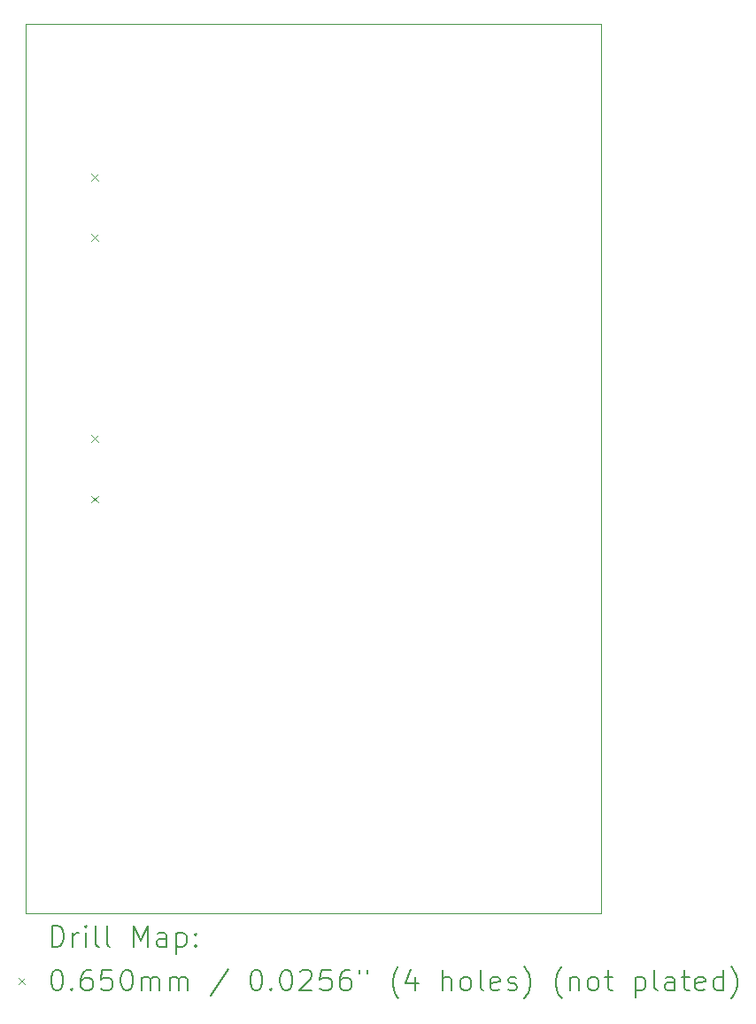
<source format=gbr>
%TF.GenerationSoftware,KiCad,Pcbnew,(6.0.10)*%
%TF.CreationDate,2023-12-29T21:03:24+01:00*%
%TF.ProjectId,Alchemy,416c6368-656d-4792-9e6b-696361645f70,rev?*%
%TF.SameCoordinates,Original*%
%TF.FileFunction,Drillmap*%
%TF.FilePolarity,Positive*%
%FSLAX45Y45*%
G04 Gerber Fmt 4.5, Leading zero omitted, Abs format (unit mm)*
G04 Created by KiCad (PCBNEW (6.0.10)) date 2023-12-29 21:03:24*
%MOMM*%
%LPD*%
G01*
G04 APERTURE LIST*
%ADD10C,0.100000*%
%ADD11C,0.200000*%
%ADD12C,0.065000*%
G04 APERTURE END LIST*
D10*
X12250000Y-5600000D02*
X17750000Y-5600000D01*
X17750000Y-5600000D02*
X17750000Y-14100000D01*
X17750000Y-14100000D02*
X12250000Y-14100000D01*
X12250000Y-14100000D02*
X12250000Y-5600000D01*
D11*
D12*
X12877500Y-7028500D02*
X12942500Y-7093500D01*
X12942500Y-7028500D02*
X12877500Y-7093500D01*
X12877500Y-7606500D02*
X12942500Y-7671500D01*
X12942500Y-7606500D02*
X12877500Y-7671500D01*
X12877500Y-9528500D02*
X12942500Y-9593500D01*
X12942500Y-9528500D02*
X12877500Y-9593500D01*
X12877500Y-10106500D02*
X12942500Y-10171500D01*
X12942500Y-10106500D02*
X12877500Y-10171500D01*
D11*
X12502619Y-14415476D02*
X12502619Y-14215476D01*
X12550238Y-14215476D01*
X12578809Y-14225000D01*
X12597857Y-14244048D01*
X12607381Y-14263095D01*
X12616905Y-14301190D01*
X12616905Y-14329762D01*
X12607381Y-14367857D01*
X12597857Y-14386905D01*
X12578809Y-14405952D01*
X12550238Y-14415476D01*
X12502619Y-14415476D01*
X12702619Y-14415476D02*
X12702619Y-14282143D01*
X12702619Y-14320238D02*
X12712143Y-14301190D01*
X12721667Y-14291667D01*
X12740714Y-14282143D01*
X12759762Y-14282143D01*
X12826428Y-14415476D02*
X12826428Y-14282143D01*
X12826428Y-14215476D02*
X12816905Y-14225000D01*
X12826428Y-14234524D01*
X12835952Y-14225000D01*
X12826428Y-14215476D01*
X12826428Y-14234524D01*
X12950238Y-14415476D02*
X12931190Y-14405952D01*
X12921667Y-14386905D01*
X12921667Y-14215476D01*
X13055000Y-14415476D02*
X13035952Y-14405952D01*
X13026428Y-14386905D01*
X13026428Y-14215476D01*
X13283571Y-14415476D02*
X13283571Y-14215476D01*
X13350238Y-14358333D01*
X13416905Y-14215476D01*
X13416905Y-14415476D01*
X13597857Y-14415476D02*
X13597857Y-14310714D01*
X13588333Y-14291667D01*
X13569286Y-14282143D01*
X13531190Y-14282143D01*
X13512143Y-14291667D01*
X13597857Y-14405952D02*
X13578809Y-14415476D01*
X13531190Y-14415476D01*
X13512143Y-14405952D01*
X13502619Y-14386905D01*
X13502619Y-14367857D01*
X13512143Y-14348809D01*
X13531190Y-14339286D01*
X13578809Y-14339286D01*
X13597857Y-14329762D01*
X13693095Y-14282143D02*
X13693095Y-14482143D01*
X13693095Y-14291667D02*
X13712143Y-14282143D01*
X13750238Y-14282143D01*
X13769286Y-14291667D01*
X13778809Y-14301190D01*
X13788333Y-14320238D01*
X13788333Y-14377381D01*
X13778809Y-14396428D01*
X13769286Y-14405952D01*
X13750238Y-14415476D01*
X13712143Y-14415476D01*
X13693095Y-14405952D01*
X13874048Y-14396428D02*
X13883571Y-14405952D01*
X13874048Y-14415476D01*
X13864524Y-14405952D01*
X13874048Y-14396428D01*
X13874048Y-14415476D01*
X13874048Y-14291667D02*
X13883571Y-14301190D01*
X13874048Y-14310714D01*
X13864524Y-14301190D01*
X13874048Y-14291667D01*
X13874048Y-14310714D01*
D12*
X12180000Y-14712500D02*
X12245000Y-14777500D01*
X12245000Y-14712500D02*
X12180000Y-14777500D01*
D11*
X12540714Y-14635476D02*
X12559762Y-14635476D01*
X12578809Y-14645000D01*
X12588333Y-14654524D01*
X12597857Y-14673571D01*
X12607381Y-14711667D01*
X12607381Y-14759286D01*
X12597857Y-14797381D01*
X12588333Y-14816428D01*
X12578809Y-14825952D01*
X12559762Y-14835476D01*
X12540714Y-14835476D01*
X12521667Y-14825952D01*
X12512143Y-14816428D01*
X12502619Y-14797381D01*
X12493095Y-14759286D01*
X12493095Y-14711667D01*
X12502619Y-14673571D01*
X12512143Y-14654524D01*
X12521667Y-14645000D01*
X12540714Y-14635476D01*
X12693095Y-14816428D02*
X12702619Y-14825952D01*
X12693095Y-14835476D01*
X12683571Y-14825952D01*
X12693095Y-14816428D01*
X12693095Y-14835476D01*
X12874048Y-14635476D02*
X12835952Y-14635476D01*
X12816905Y-14645000D01*
X12807381Y-14654524D01*
X12788333Y-14683095D01*
X12778809Y-14721190D01*
X12778809Y-14797381D01*
X12788333Y-14816428D01*
X12797857Y-14825952D01*
X12816905Y-14835476D01*
X12855000Y-14835476D01*
X12874048Y-14825952D01*
X12883571Y-14816428D01*
X12893095Y-14797381D01*
X12893095Y-14749762D01*
X12883571Y-14730714D01*
X12874048Y-14721190D01*
X12855000Y-14711667D01*
X12816905Y-14711667D01*
X12797857Y-14721190D01*
X12788333Y-14730714D01*
X12778809Y-14749762D01*
X13074048Y-14635476D02*
X12978809Y-14635476D01*
X12969286Y-14730714D01*
X12978809Y-14721190D01*
X12997857Y-14711667D01*
X13045476Y-14711667D01*
X13064524Y-14721190D01*
X13074048Y-14730714D01*
X13083571Y-14749762D01*
X13083571Y-14797381D01*
X13074048Y-14816428D01*
X13064524Y-14825952D01*
X13045476Y-14835476D01*
X12997857Y-14835476D01*
X12978809Y-14825952D01*
X12969286Y-14816428D01*
X13207381Y-14635476D02*
X13226428Y-14635476D01*
X13245476Y-14645000D01*
X13255000Y-14654524D01*
X13264524Y-14673571D01*
X13274048Y-14711667D01*
X13274048Y-14759286D01*
X13264524Y-14797381D01*
X13255000Y-14816428D01*
X13245476Y-14825952D01*
X13226428Y-14835476D01*
X13207381Y-14835476D01*
X13188333Y-14825952D01*
X13178809Y-14816428D01*
X13169286Y-14797381D01*
X13159762Y-14759286D01*
X13159762Y-14711667D01*
X13169286Y-14673571D01*
X13178809Y-14654524D01*
X13188333Y-14645000D01*
X13207381Y-14635476D01*
X13359762Y-14835476D02*
X13359762Y-14702143D01*
X13359762Y-14721190D02*
X13369286Y-14711667D01*
X13388333Y-14702143D01*
X13416905Y-14702143D01*
X13435952Y-14711667D01*
X13445476Y-14730714D01*
X13445476Y-14835476D01*
X13445476Y-14730714D02*
X13455000Y-14711667D01*
X13474048Y-14702143D01*
X13502619Y-14702143D01*
X13521667Y-14711667D01*
X13531190Y-14730714D01*
X13531190Y-14835476D01*
X13626428Y-14835476D02*
X13626428Y-14702143D01*
X13626428Y-14721190D02*
X13635952Y-14711667D01*
X13655000Y-14702143D01*
X13683571Y-14702143D01*
X13702619Y-14711667D01*
X13712143Y-14730714D01*
X13712143Y-14835476D01*
X13712143Y-14730714D02*
X13721667Y-14711667D01*
X13740714Y-14702143D01*
X13769286Y-14702143D01*
X13788333Y-14711667D01*
X13797857Y-14730714D01*
X13797857Y-14835476D01*
X14188333Y-14625952D02*
X14016905Y-14883095D01*
X14445476Y-14635476D02*
X14464524Y-14635476D01*
X14483571Y-14645000D01*
X14493095Y-14654524D01*
X14502619Y-14673571D01*
X14512143Y-14711667D01*
X14512143Y-14759286D01*
X14502619Y-14797381D01*
X14493095Y-14816428D01*
X14483571Y-14825952D01*
X14464524Y-14835476D01*
X14445476Y-14835476D01*
X14426428Y-14825952D01*
X14416905Y-14816428D01*
X14407381Y-14797381D01*
X14397857Y-14759286D01*
X14397857Y-14711667D01*
X14407381Y-14673571D01*
X14416905Y-14654524D01*
X14426428Y-14645000D01*
X14445476Y-14635476D01*
X14597857Y-14816428D02*
X14607381Y-14825952D01*
X14597857Y-14835476D01*
X14588333Y-14825952D01*
X14597857Y-14816428D01*
X14597857Y-14835476D01*
X14731190Y-14635476D02*
X14750238Y-14635476D01*
X14769286Y-14645000D01*
X14778809Y-14654524D01*
X14788333Y-14673571D01*
X14797857Y-14711667D01*
X14797857Y-14759286D01*
X14788333Y-14797381D01*
X14778809Y-14816428D01*
X14769286Y-14825952D01*
X14750238Y-14835476D01*
X14731190Y-14835476D01*
X14712143Y-14825952D01*
X14702619Y-14816428D01*
X14693095Y-14797381D01*
X14683571Y-14759286D01*
X14683571Y-14711667D01*
X14693095Y-14673571D01*
X14702619Y-14654524D01*
X14712143Y-14645000D01*
X14731190Y-14635476D01*
X14874048Y-14654524D02*
X14883571Y-14645000D01*
X14902619Y-14635476D01*
X14950238Y-14635476D01*
X14969286Y-14645000D01*
X14978809Y-14654524D01*
X14988333Y-14673571D01*
X14988333Y-14692619D01*
X14978809Y-14721190D01*
X14864524Y-14835476D01*
X14988333Y-14835476D01*
X15169286Y-14635476D02*
X15074048Y-14635476D01*
X15064524Y-14730714D01*
X15074048Y-14721190D01*
X15093095Y-14711667D01*
X15140714Y-14711667D01*
X15159762Y-14721190D01*
X15169286Y-14730714D01*
X15178809Y-14749762D01*
X15178809Y-14797381D01*
X15169286Y-14816428D01*
X15159762Y-14825952D01*
X15140714Y-14835476D01*
X15093095Y-14835476D01*
X15074048Y-14825952D01*
X15064524Y-14816428D01*
X15350238Y-14635476D02*
X15312143Y-14635476D01*
X15293095Y-14645000D01*
X15283571Y-14654524D01*
X15264524Y-14683095D01*
X15255000Y-14721190D01*
X15255000Y-14797381D01*
X15264524Y-14816428D01*
X15274048Y-14825952D01*
X15293095Y-14835476D01*
X15331190Y-14835476D01*
X15350238Y-14825952D01*
X15359762Y-14816428D01*
X15369286Y-14797381D01*
X15369286Y-14749762D01*
X15359762Y-14730714D01*
X15350238Y-14721190D01*
X15331190Y-14711667D01*
X15293095Y-14711667D01*
X15274048Y-14721190D01*
X15264524Y-14730714D01*
X15255000Y-14749762D01*
X15445476Y-14635476D02*
X15445476Y-14673571D01*
X15521667Y-14635476D02*
X15521667Y-14673571D01*
X15816905Y-14911667D02*
X15807381Y-14902143D01*
X15788333Y-14873571D01*
X15778809Y-14854524D01*
X15769286Y-14825952D01*
X15759762Y-14778333D01*
X15759762Y-14740238D01*
X15769286Y-14692619D01*
X15778809Y-14664048D01*
X15788333Y-14645000D01*
X15807381Y-14616428D01*
X15816905Y-14606905D01*
X15978809Y-14702143D02*
X15978809Y-14835476D01*
X15931190Y-14625952D02*
X15883571Y-14768809D01*
X16007381Y-14768809D01*
X16235952Y-14835476D02*
X16235952Y-14635476D01*
X16321667Y-14835476D02*
X16321667Y-14730714D01*
X16312143Y-14711667D01*
X16293095Y-14702143D01*
X16264524Y-14702143D01*
X16245476Y-14711667D01*
X16235952Y-14721190D01*
X16445476Y-14835476D02*
X16426428Y-14825952D01*
X16416905Y-14816428D01*
X16407381Y-14797381D01*
X16407381Y-14740238D01*
X16416905Y-14721190D01*
X16426428Y-14711667D01*
X16445476Y-14702143D01*
X16474048Y-14702143D01*
X16493095Y-14711667D01*
X16502619Y-14721190D01*
X16512143Y-14740238D01*
X16512143Y-14797381D01*
X16502619Y-14816428D01*
X16493095Y-14825952D01*
X16474048Y-14835476D01*
X16445476Y-14835476D01*
X16626428Y-14835476D02*
X16607381Y-14825952D01*
X16597857Y-14806905D01*
X16597857Y-14635476D01*
X16778810Y-14825952D02*
X16759762Y-14835476D01*
X16721667Y-14835476D01*
X16702619Y-14825952D01*
X16693095Y-14806905D01*
X16693095Y-14730714D01*
X16702619Y-14711667D01*
X16721667Y-14702143D01*
X16759762Y-14702143D01*
X16778810Y-14711667D01*
X16788333Y-14730714D01*
X16788333Y-14749762D01*
X16693095Y-14768809D01*
X16864524Y-14825952D02*
X16883571Y-14835476D01*
X16921667Y-14835476D01*
X16940714Y-14825952D01*
X16950238Y-14806905D01*
X16950238Y-14797381D01*
X16940714Y-14778333D01*
X16921667Y-14768809D01*
X16893095Y-14768809D01*
X16874048Y-14759286D01*
X16864524Y-14740238D01*
X16864524Y-14730714D01*
X16874048Y-14711667D01*
X16893095Y-14702143D01*
X16921667Y-14702143D01*
X16940714Y-14711667D01*
X17016905Y-14911667D02*
X17026429Y-14902143D01*
X17045476Y-14873571D01*
X17055000Y-14854524D01*
X17064524Y-14825952D01*
X17074048Y-14778333D01*
X17074048Y-14740238D01*
X17064524Y-14692619D01*
X17055000Y-14664048D01*
X17045476Y-14645000D01*
X17026429Y-14616428D01*
X17016905Y-14606905D01*
X17378810Y-14911667D02*
X17369286Y-14902143D01*
X17350238Y-14873571D01*
X17340714Y-14854524D01*
X17331190Y-14825952D01*
X17321667Y-14778333D01*
X17321667Y-14740238D01*
X17331190Y-14692619D01*
X17340714Y-14664048D01*
X17350238Y-14645000D01*
X17369286Y-14616428D01*
X17378810Y-14606905D01*
X17455000Y-14702143D02*
X17455000Y-14835476D01*
X17455000Y-14721190D02*
X17464524Y-14711667D01*
X17483571Y-14702143D01*
X17512143Y-14702143D01*
X17531190Y-14711667D01*
X17540714Y-14730714D01*
X17540714Y-14835476D01*
X17664524Y-14835476D02*
X17645476Y-14825952D01*
X17635952Y-14816428D01*
X17626429Y-14797381D01*
X17626429Y-14740238D01*
X17635952Y-14721190D01*
X17645476Y-14711667D01*
X17664524Y-14702143D01*
X17693095Y-14702143D01*
X17712143Y-14711667D01*
X17721667Y-14721190D01*
X17731190Y-14740238D01*
X17731190Y-14797381D01*
X17721667Y-14816428D01*
X17712143Y-14825952D01*
X17693095Y-14835476D01*
X17664524Y-14835476D01*
X17788333Y-14702143D02*
X17864524Y-14702143D01*
X17816905Y-14635476D02*
X17816905Y-14806905D01*
X17826429Y-14825952D01*
X17845476Y-14835476D01*
X17864524Y-14835476D01*
X18083571Y-14702143D02*
X18083571Y-14902143D01*
X18083571Y-14711667D02*
X18102619Y-14702143D01*
X18140714Y-14702143D01*
X18159762Y-14711667D01*
X18169286Y-14721190D01*
X18178810Y-14740238D01*
X18178810Y-14797381D01*
X18169286Y-14816428D01*
X18159762Y-14825952D01*
X18140714Y-14835476D01*
X18102619Y-14835476D01*
X18083571Y-14825952D01*
X18293095Y-14835476D02*
X18274048Y-14825952D01*
X18264524Y-14806905D01*
X18264524Y-14635476D01*
X18455000Y-14835476D02*
X18455000Y-14730714D01*
X18445476Y-14711667D01*
X18426429Y-14702143D01*
X18388333Y-14702143D01*
X18369286Y-14711667D01*
X18455000Y-14825952D02*
X18435952Y-14835476D01*
X18388333Y-14835476D01*
X18369286Y-14825952D01*
X18359762Y-14806905D01*
X18359762Y-14787857D01*
X18369286Y-14768809D01*
X18388333Y-14759286D01*
X18435952Y-14759286D01*
X18455000Y-14749762D01*
X18521667Y-14702143D02*
X18597857Y-14702143D01*
X18550238Y-14635476D02*
X18550238Y-14806905D01*
X18559762Y-14825952D01*
X18578810Y-14835476D01*
X18597857Y-14835476D01*
X18740714Y-14825952D02*
X18721667Y-14835476D01*
X18683571Y-14835476D01*
X18664524Y-14825952D01*
X18655000Y-14806905D01*
X18655000Y-14730714D01*
X18664524Y-14711667D01*
X18683571Y-14702143D01*
X18721667Y-14702143D01*
X18740714Y-14711667D01*
X18750238Y-14730714D01*
X18750238Y-14749762D01*
X18655000Y-14768809D01*
X18921667Y-14835476D02*
X18921667Y-14635476D01*
X18921667Y-14825952D02*
X18902619Y-14835476D01*
X18864524Y-14835476D01*
X18845476Y-14825952D01*
X18835952Y-14816428D01*
X18826429Y-14797381D01*
X18826429Y-14740238D01*
X18835952Y-14721190D01*
X18845476Y-14711667D01*
X18864524Y-14702143D01*
X18902619Y-14702143D01*
X18921667Y-14711667D01*
X18997857Y-14911667D02*
X19007381Y-14902143D01*
X19026429Y-14873571D01*
X19035952Y-14854524D01*
X19045476Y-14825952D01*
X19055000Y-14778333D01*
X19055000Y-14740238D01*
X19045476Y-14692619D01*
X19035952Y-14664048D01*
X19026429Y-14645000D01*
X19007381Y-14616428D01*
X18997857Y-14606905D01*
M02*

</source>
